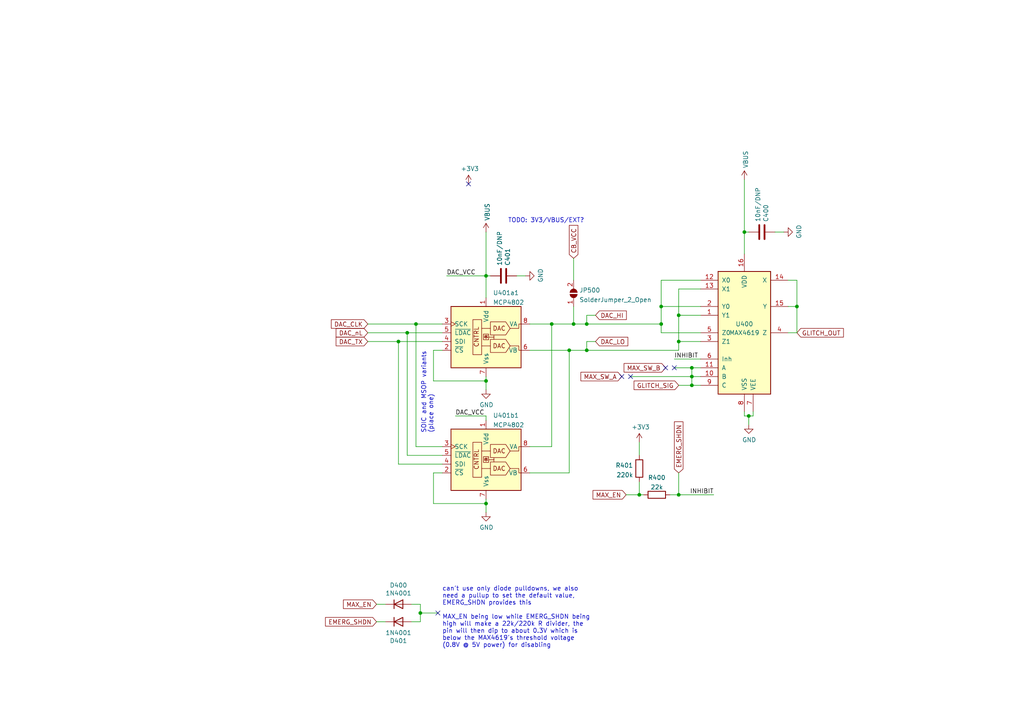
<source format=kicad_sch>
(kicad_sch (version 20211123) (generator eeschema)
  (paper "A4")
  (lib_symbols
    (symbol "4xxx:4053" (pin_names (offset 1.016))
      (property "Reference" "U" (at -7.62 19.05 0))
      (property "Value" "4053" (at -7.62 -19.05 0))
      (symbol "4053_1_0"
        (pin passive line (at -12.7 5.08 0) (length 5.08) (name "Y1") (number "1"))
        (pin input line (at -12.7 -12.7 0) (length 5.08) (name "B") (number "10"))
        (pin input line (at -12.7 -10.16 0) (length 5.08) (name "A") (number "11"))
        (pin passive line (at -12.7 15.24 0) (length 5.08) (name "X0") (number "12"))
        (pin passive line (at -12.7 12.7 0) (length 5.08) (name "X1") (number "13"))
        (pin passive line (at 12.7 15.24 180) (length 5.08) (name "X") (number "14"))
        (pin passive line (at 12.7 7.62 180) (length 5.08) (name "Y") (number "15"))
        (pin power_in line (at 0 22.86 270) (length 5.08) (name "VDD") (number "16"))
        (pin passive line (at -12.7 7.62 0) (length 5.08) (name "Y0") (number "2"))
        (pin passive line (at -12.7 -2.54 0) (length 5.08) (name "Z1") (number "3"))
        (pin passive line (at 12.7 0 180) (length 5.08) (name "Z") (number "4"))
        (pin passive line (at -12.7 0 0) (length 5.08) (name "Z0") (number "5"))
        (pin input line (at -12.7 -7.62 0) (length 5.08) (name "Inh") (number "6"))
        (pin power_in line (at 2.54 -22.86 90) (length 5.08) (name "VEE") (number "7"))
        (pin power_in line (at 0 -22.86 90) (length 5.08) (name "VSS") (number "8"))
        (pin input line (at -12.7 -15.24 0) (length 5.08) (name "C") (number "9"))
      )
      (symbol "4053_1_1"
        (rectangle (start -7.62 17.78) (end 7.62 -17.78) (stroke (width 0.254)) (fill (type background)))
      )
    )
    (symbol "Analog_DAC:MCP4802" (pin_names (offset 1.016))
      (property "Reference" "U" (at -2.54 10.795 0))
      (property "Value" "MCP4802" (at -2.54 8.89 0))
      (symbol "MCP4802_0_0"
        (polyline (pts (xy 0 -1.778) (xy 0 -0.635)))
        (polyline (pts (xy 0.381 -0.889) (xy 0.508 -0.762)))
        (polyline (pts (xy 2.286 -1.143) (xy 2.286 -1.905)))
        (polyline (pts (xy 0.381 -0.889) (xy -0.381 -0.889) (xy -0.508 -1.016)))
        (polyline (pts (xy 0.762 -1.27) (xy 2.286 -1.27) (xy 2.286 -0.762)))
        (polyline (pts (xy 0 -0.889) (xy 0.508 -1.397) (xy -0.508 -1.397) (xy 0 -0.889)))
        (polyline (pts (xy 6.985 -3.81) (xy 9.525 -3.81) (xy 9.525 -5.08) (xy 10.16 -5.08)))
        (polyline (pts (xy 6.985 1.27) (xy 9.525 1.27) (xy 9.525 2.54) (xy 10.16 2.54)))
        (rectangle (start 0.762 -0.381) (end -0.762 -2.032))
        (text "CNTRL" (at -2.032 -4.191 900) (effects (font (size 1.27 1.27)) (justify left bottom)))
        (text "DAC" (at 3.81 -3.81 0) (effects (font (size 1.27 1.27))))
        (text "DAC" (at 3.81 1.27 0) (effects (font (size 1.27 1.27))))
      )
      (symbol "MCP4802_0_1"
        (rectangle (start -10.16 7.62) (end 10.16 -10.16) (stroke (width 0.254)) (fill (type background)))
        (rectangle (start -1.27 -6.35) (end -3.81 3.81))
        (polyline (pts (xy 1.27 -3.81) (xy -1.27 -3.81)))
        (polyline (pts (xy 1.27 1.27) (xy -1.27 1.27)))
        (polyline (pts (xy 6.985 -3.81) (xy 5.715 -1.905) (xy 1.27 -1.905) (xy 1.27 -5.715) (xy 5.715 -5.715) (xy 6.985 -3.81)))
        (polyline (pts (xy 6.985 1.27) (xy 5.715 3.175) (xy 1.27 3.175) (xy 1.27 -0.635) (xy 5.715 -0.635) (xy 6.985 1.27)))
      )
      (symbol "MCP4802_1_1"
        (pin power_in line (at 0 10.16 270) (length 2.54) (name "Vdd") (number "1"))
        (pin input line (at -12.7 -5.08 0) (length 2.54) (name "~{CS}") (number "2"))
        (pin input clock (at -12.7 2.54 0) (length 2.54) (name "SCK") (number "3"))
        (pin input line (at -12.7 -2.54 0) (length 2.54) (name "SDI") (number "4"))
        (pin input line (at -12.7 0 0) (length 2.54) (name "~{LDAC}") (number "5"))
        (pin output line (at 12.7 -5.08 180) (length 2.54) (name "VB") (number "6"))
        (pin power_in line (at 0 -12.7 90) (length 2.54) (name "Vss") (number "7"))
        (pin output line (at 12.7 2.54 180) (length 2.54) (name "VA") (number "8"))
      )
    )
    (symbol "Device:C" (pin_numbers hide) (pin_names (offset 0.254))
      (property "Reference" "C" (at 0.635 2.54 0))
      (property "Value" "C" (at 0.635 -2.54 0))
      (symbol "C_0_1"
        (polyline (pts (xy -2.032 -0.762) (xy 2.032 -0.762)) (stroke (width 0.508)))
        (polyline (pts (xy -2.032 0.762) (xy 2.032 0.762)) (stroke (width 0.508)))
      )
      (symbol "C_1_1"
        (pin passive line (at 0 3.81 270) (length 2.794) (name "~") (number "1"))
        (pin passive line (at 0 -3.81 90) (length 2.794) (name "~") (number "2"))
      )
    )
    (symbol "Device:D" (pin_numbers hide) (pin_names (offset 1.016) hide)
      (property "Reference" "D" (at 0 2.54 0))
      (property "Value" "D" (at 0 -2.54 0))
      (symbol "D_0_1"
        (polyline (pts (xy -1.27 1.27) (xy -1.27 -1.27)) (stroke (width 0.254)))
        (polyline (pts (xy 1.27 0) (xy -1.27 0)))
        (polyline (pts (xy 1.27 1.27) (xy 1.27 -1.27) (xy -1.27 0) (xy 1.27 1.27)) (stroke (width 0.254)))
      )
      (symbol "D_1_1"
        (pin passive line (at -3.81 0 0) (length 2.54) (name "K") (number "1"))
        (pin passive line (at 3.81 0 180) (length 2.54) (name "A") (number "2"))
      )
    )
    (symbol "Device:R" (pin_numbers hide) (pin_names (offset 0))
      (property "Reference" "R" (at 2.032 0 90))
      (property "Value" "R" (at 0 0 90))
      (symbol "R_0_1"
        (rectangle (start -1.016 -2.54) (end 1.016 2.54) (stroke (width 0.254)))
      )
      (symbol "R_1_1"
        (pin passive line (at 0 3.81 270) (length 1.27) (name "~") (number "1"))
        (pin passive line (at 0 -3.81 90) (length 1.27) (name "~") (number "2"))
      )
    )
    (symbol "Jumper:SolderJumper_2_Open" (pin_names (offset 0) hide)
      (property "Reference" "JP" (at 0 2.032 0))
      (property "Value" "SolderJumper_2_Open" (at 0 -2.54 0))
      (symbol "SolderJumper_2_Open_0_1"
        (arc (start -0.254 1.016) (mid -1.27 0) (end -0.254 -1.016))
        (arc (start -0.254 1.016) (mid -1.27 0) (end -0.254 -1.016) (fill (type outline)))
        (polyline (pts (xy -0.254 1.016) (xy -0.254 -1.016)))
        (polyline (pts (xy 0.254 1.016) (xy 0.254 -1.016)))
        (arc (start 0.254 -1.016) (mid 1.27 0) (end 0.254 1.016))
        (arc (start 0.254 -1.016) (mid 1.27 0) (end 0.254 1.016) (fill (type outline)))
      )
      (symbol "SolderJumper_2_Open_1_1"
        (pin passive line (at -3.81 0 0) (length 2.54) (name "A") (number "1"))
        (pin passive line (at 3.81 0 180) (length 2.54) (name "B") (number "2"))
      )
    )
    (symbol "power:+3V3" (power) (pin_names (offset 0))
      (property "Value" "+3V3" (at 0 3.556 0))
      (symbol "+3V3_0_1"
        (polyline (pts (xy -0.762 1.27) (xy 0 2.54)))
        (polyline (pts (xy 0 0) (xy 0 2.54)))
        (polyline (pts (xy 0 2.54) (xy 0.762 1.27)))
      )
      (symbol "+3V3_1_1"
        (pin power_in line (at 0 0 90) (length 0) hide (name "+3V3") (number "1"))
      )
    )
    (symbol "power:GND" (power) (pin_names (offset 0))
      (property "Value" "GND" (at 0 -3.81 0))
      (symbol "GND_0_1"
        (polyline (pts (xy 0 0) (xy 0 -1.27) (xy 1.27 -1.27) (xy 0 -2.54) (xy -1.27 -1.27) (xy 0 -1.27)))
      )
      (symbol "GND_1_1"
        (pin power_in line (at 0 0 270) (length 0) hide (name "GND") (number "1"))
      )
    )
    (symbol "power:VBUS" (power) (pin_names (offset 0))
      (property "Value" "VBUS" (at 0 3.81 0))
      (symbol "VBUS_0_1"
        (polyline (pts (xy -0.762 1.27) (xy 0 2.54)))
        (polyline (pts (xy 0 0) (xy 0 2.54)))
        (polyline (pts (xy 0 2.54) (xy 0.762 1.27)))
      )
      (symbol "VBUS_1_1"
        (pin power_in line (at 0 0 90) (length 0) hide (name "VBUS") (number "1"))
      )
    )
  )
  (junction (at 140.97 146.05))
  (junction (at 215.9 67.31))
  (junction (at 166.37 93.98))
  (junction (at 200.66 111.76))
  (junction (at 231.14 88.9))
  (junction (at 170.18 101.6))
  (junction (at 200.66 106.68))
  (junction (at 121.92 177.8))
  (junction (at 196.85 143.51))
  (junction (at 120.65 93.98))
  (junction (at 170.18 93.98))
  (junction (at 185.42 143.51))
  (junction (at 217.17 120.65))
  (junction (at 115.57 99.06))
  (junction (at 196.85 91.44))
  (junction (at 191.77 93.98))
  (junction (at 165.1 101.6))
  (junction (at 118.11 96.52))
  (junction (at 191.77 88.9))
  (junction (at 140.97 110.49))
  (junction (at 140.97 80.01))
  (junction (at 160.02 93.98))
  (junction (at 196.85 99.06))
  (junction (at 200.66 109.22))
  (no_connect (at 180.34 109.22))
  (no_connect (at 182.88 109.22))
  (no_connect (at 193.04 106.68))
  (no_connect (at 195.58 106.68))
  (no_connect (at 135.89 53.34))
  (no_connect (at 127 177.8))
  (wire (pts (xy 191.77 93.98) (xy 191.77 88.9)))
  (wire (pts (xy 120.65 93.98) (xy 128.27 93.98)))
  (wire (pts (xy 170.18 91.44) (xy 172.72 91.44)))
  (wire (pts (xy 160.02 93.98) (xy 160.02 129.54)))
  (wire (pts (xy 106.68 99.06) (xy 115.57 99.06)))
  (wire (pts (xy 128.27 134.62) (xy 115.57 134.62)))
  (wire (pts (xy 111.76 175.26) (xy 109.22 175.26)))
  (wire (pts (xy 218.44 120.65) (xy 218.44 119.38)))
  (wire (pts (xy 200.66 106.68) (xy 200.66 109.22)))
  (wire (pts (xy 153.67 101.6) (xy 165.1 101.6)))
  (wire (pts (xy 170.18 91.44) (xy 170.18 93.98)))
  (wire (pts (xy 140.97 109.22) (xy 140.97 110.49)))
  (wire (pts (xy 196.85 99.06) (xy 203.2 99.06)))
  (wire (pts (xy 166.37 88.9) (xy 166.37 93.98)))
  (wire (pts (xy 115.57 99.06) (xy 115.57 134.62)))
  (wire (pts (xy 119.38 180.34) (xy 121.92 180.34)))
  (wire (pts (xy 125.73 146.05) (xy 140.97 146.05)))
  (wire (pts (xy 200.66 109.22) (xy 200.66 111.76)))
  (wire (pts (xy 231.14 81.28) (xy 228.6 81.28)))
  (wire (pts (xy 172.72 99.06) (xy 170.18 99.06)))
  (wire (pts (xy 200.66 111.76) (xy 203.2 111.76)))
  (wire (pts (xy 181.61 143.51) (xy 185.42 143.51)))
  (wire (pts (xy 194.31 143.51) (xy 196.85 143.51)))
  (wire (pts (xy 196.85 143.51) (xy 207.01 143.51)))
  (wire (pts (xy 191.77 93.98) (xy 191.77 96.52)))
  (wire (pts (xy 217.17 120.65) (xy 218.44 120.65)))
  (wire (pts (xy 215.9 67.31) (xy 217.17 67.31)))
  (wire (pts (xy 160.02 93.98) (xy 166.37 93.98)))
  (wire (pts (xy 195.58 104.14) (xy 203.2 104.14)))
  (wire (pts (xy 191.77 96.52) (xy 203.2 96.52)))
  (wire (pts (xy 165.1 101.6) (xy 165.1 137.16)))
  (wire (pts (xy 121.92 177.8) (xy 127 177.8)))
  (wire (pts (xy 196.85 91.44) (xy 196.85 83.82)))
  (wire (pts (xy 224.79 67.31) (xy 227.33 67.31)))
  (wire (pts (xy 128.27 137.16) (xy 125.73 137.16)))
  (wire (pts (xy 182.88 109.22) (xy 200.66 109.22)))
  (wire (pts (xy 149.86 80.01) (xy 152.4 80.01)))
  (wire (pts (xy 153.67 137.16) (xy 165.1 137.16)))
  (wire (pts (xy 196.85 99.06) (xy 196.85 91.44)))
  (wire (pts (xy 132.08 120.65) (xy 140.97 120.65)))
  (wire (pts (xy 128.27 101.6) (xy 125.73 101.6)))
  (wire (pts (xy 125.73 137.16) (xy 125.73 146.05)))
  (wire (pts (xy 106.68 93.98) (xy 120.65 93.98)))
  (wire (pts (xy 215.9 120.65) (xy 217.17 120.65)))
  (wire (pts (xy 140.97 120.65) (xy 140.97 121.92)))
  (wire (pts (xy 191.77 81.28) (xy 203.2 81.28)))
  (wire (pts (xy 196.85 91.44) (xy 203.2 91.44)))
  (wire (pts (xy 200.66 109.22) (xy 203.2 109.22)))
  (wire (pts (xy 170.18 101.6) (xy 196.85 101.6)))
  (wire (pts (xy 109.22 180.34) (xy 111.76 180.34)))
  (wire (pts (xy 128.27 129.54) (xy 120.65 129.54)))
  (wire (pts (xy 170.18 93.98) (xy 191.77 93.98)))
  (wire (pts (xy 196.85 137.16) (xy 196.85 143.51)))
  (wire (pts (xy 118.11 96.52) (xy 118.11 132.08)))
  (wire (pts (xy 215.9 120.65) (xy 215.9 119.38)))
  (wire (pts (xy 215.9 67.31) (xy 215.9 52.07)))
  (wire (pts (xy 153.67 93.98) (xy 160.02 93.98)))
  (wire (pts (xy 191.77 88.9) (xy 203.2 88.9)))
  (wire (pts (xy 119.38 175.26) (xy 121.92 175.26)))
  (wire (pts (xy 195.58 106.68) (xy 200.66 106.68)))
  (wire (pts (xy 118.11 96.52) (xy 128.27 96.52)))
  (wire (pts (xy 196.85 101.6) (xy 196.85 99.06)))
  (wire (pts (xy 153.67 129.54) (xy 160.02 129.54)))
  (wire (pts (xy 140.97 146.05) (xy 140.97 148.59)))
  (wire (pts (xy 191.77 88.9) (xy 191.77 81.28)))
  (wire (pts (xy 231.14 96.52) (xy 228.6 96.52)))
  (wire (pts (xy 165.1 101.6) (xy 170.18 101.6)))
  (wire (pts (xy 196.85 111.76) (xy 200.66 111.76)))
  (wire (pts (xy 140.97 144.78) (xy 140.97 146.05)))
  (wire (pts (xy 185.42 128.27) (xy 185.42 132.08)))
  (wire (pts (xy 129.54 80.01) (xy 140.97 80.01)))
  (wire (pts (xy 200.66 106.68) (xy 203.2 106.68)))
  (wire (pts (xy 217.17 120.65) (xy 217.17 123.19)))
  (wire (pts (xy 121.92 175.26) (xy 121.92 177.8)))
  (wire (pts (xy 140.97 80.01) (xy 140.97 67.31)))
  (wire (pts (xy 231.14 88.9) (xy 231.14 81.28)))
  (wire (pts (xy 231.14 88.9) (xy 228.6 88.9)))
  (wire (pts (xy 121.92 177.8) (xy 121.92 180.34)))
  (wire (pts (xy 140.97 110.49) (xy 140.97 113.03)))
  (wire (pts (xy 125.73 101.6) (xy 125.73 110.49)))
  (wire (pts (xy 125.73 110.49) (xy 140.97 110.49)))
  (wire (pts (xy 140.97 80.01) (xy 142.24 80.01)))
  (wire (pts (xy 106.68 96.52) (xy 118.11 96.52)))
  (wire (pts (xy 140.97 80.01) (xy 140.97 86.36)))
  (wire (pts (xy 128.27 132.08) (xy 118.11 132.08)))
  (wire (pts (xy 166.37 74.93) (xy 166.37 81.28)))
  (wire (pts (xy 231.14 96.52) (xy 231.14 88.9)))
  (wire (pts (xy 166.37 93.98) (xy 170.18 93.98)))
  (wire (pts (xy 215.9 67.31) (xy 215.9 73.66)))
  (wire (pts (xy 186.69 143.51) (xy 185.42 143.51)))
  (wire (pts (xy 185.42 139.7) (xy 185.42 143.51)))
  (wire (pts (xy 120.65 93.98) (xy 120.65 129.54)))
  (wire (pts (xy 115.57 99.06) (xy 128.27 99.06)))
  (wire (pts (xy 170.18 99.06) (xy 170.18 101.6)))
  (wire (pts (xy 196.85 83.82) (xy 203.2 83.82)))
  (text "can't use only diode pulldowns, we also\nneed a pullup to set the default value,\nEMERG_SHDN provides this\n\nMAX_EN being low while EMERG_SHDN being\nhigh will make a 22k/220k R divider, the\npin will then dip to about 0.3V which is\nbelow the MAX4619's threshold voltage\n(0.8V @ 5V power) for disabling" (at 128.27 187.96 0) (effects (font (size 1.27 1.27)) (justify left bottom)))
  (text "TODO: 3V3/VBUS/EXT?" (at 147.32 64.77 0) (effects (font (size 1.27 1.27)) (justify left bottom)))
  (text "SOIC and MSOP variants\n(place one)" (at 125.73 125.73 90) (effects (font (size 1.27 1.27)) (justify left bottom)))
  (label "INHIBIT" (at 195.58 104.14 0))
  (label "DAC_VCC" (at 132.08 120.65 0))
  (label "DAC_VCC" (at 129.54 80.01 0))
  (label "INHIBIT" (at 207.01 143.51 180))
  (global_label "DAC_nL" (shape input) (at 106.68 96.52 180) (property "Intersheet References" "${INTERSHEET_REFS}" (effects hide)))
  (global_label "EMERG_SHDN" (shape input) (at 109.22 180.34 180) (property "Intersheet References" "${INTERSHEET_REFS}" (effects hide)))
  (global_label "DAC_HI" (shape input) (at 172.72 91.44 0) (property "Intersheet References" "${INTERSHEET_REFS}" (effects hide)))
  (global_label "MAX_EN" (shape input) (at 109.22 175.26 180) (property "Intersheet References" "${INTERSHEET_REFS}" (effects hide)))
  (global_label "EMERG_SHDN" (shape input) (at 196.85 137.16 90) (property "Intersheet References" "${INTERSHEET_REFS}" (effects hide)))
  (global_label "MAX_EN" (shape input) (at 181.61 143.51 180) (property "Intersheet References" "${INTERSHEET_REFS}" (effects hide)))
  (global_label "MAX_SW_B" (shape input) (at 193.04 106.68 180) (property "Intersheet References" "${INTERSHEET_REFS}" (effects hide)))
  (global_label "DAC_LO" (shape input) (at 172.72 99.06 0) (property "Intersheet References" "${INTERSHEET_REFS}" (effects hide)))
  (global_label "GLITCH_SIG" (shape input) (at 196.85 111.76 180) (property "Intersheet References" "${INTERSHEET_REFS}" (effects hide)))
  (global_label "GLITCH_OUT" (shape input) (at 231.14 96.52 0) (property "Intersheet References" "${INTERSHEET_REFS}" (effects hide)))
  (global_label "DAC_CLK" (shape input) (at 106.68 93.98 180) (property "Intersheet References" "${INTERSHEET_REFS}" (effects hide)))
  (global_label "DAC_TX" (shape input) (at 106.68 99.06 180) (property "Intersheet References" "${INTERSHEET_REFS}" (effects hide)))
  (global_label "CB_VCC" (shape input) (at 166.37 74.93 90) (property "Intersheet References" "${INTERSHEET_REFS}" (effects hide)))
  (global_label "MAX_SW_A" (shape input) (at 180.34 109.22 180) (property "Intersheet References" "${INTERSHEET_REFS}" (effects hide)))
  (symbol (lib_id "power:VBUS") (at 215.9 52.07 0) (unit 1)
    (property "Reference" "#PWR0156" (effects hide))
    (property "Value" "VBUS" (at 216.281 48.8188 90) (effects (justify left)))
  )
  (symbol (lib_id "4xxx:4053") (at 215.9 96.52 0) (unit 1)
    (property "Reference" "U400" (at 215.9 93.98 0))
    (property "Value" "MAX4619" (at 215.9 96.52 0))
    (property "Footprint" "Package_SO:SO-16_3.9x9.9mm_P1.27mm" (effects hide))
    (property "Datasheet" "http://www.intersil.com/content/dam/Intersil/documents/cd40/cd4051bms-52bms-53bms.pdf" (effects hide))
  )
  (symbol (lib_id "power:GND") (at 217.17 123.19 0) (unit 1)
    (property "Reference" "#PWR0149" (effects hide))
    (property "Value" "GND" (at 217.297 127.5842 0))
  )
  (symbol (lib_id "Device:C") (at 146.05 80.01 270) (mirror x) (unit 1)
    (property "Reference" "C401" (at 147.2184 77.089 0) (effects (justify left)))
    (property "Value" "10nF/DNP" (at 144.907 77.089 0) (effects (justify left)))
    (property "Footprint" "Capacitor_SMD:C_0805_2012Metric_Pad1.18x1.45mm_HandSolder" (effects hide))
  )
  (symbol (lib_id "power:GND") (at 140.97 113.03 0) (unit 1)
    (property "Reference" "#PWR0146" (effects hide))
    (property "Value" "GND" (at 141.097 117.4242 0))
  )
  (symbol (lib_id "Device:C") (at 220.98 67.31 270) (mirror x) (unit 1)
    (property "Reference" "C400" (at 222.1484 64.389 0) (effects (justify left)))
    (property "Value" "10nF/DNP" (at 219.837 64.389 0) (effects (justify left)))
    (property "Footprint" "Capacitor_SMD:C_0805_2012Metric_Pad1.18x1.45mm_HandSolder" (effects hide))
  )
  (symbol (lib_id "power:+3V3") (at 135.89 53.34 0) (unit 1)
    (property "Reference" "#PWR0144" (effects hide))
    (property "Value" "+3V3" (at 136.271 48.9458 0))
  )
  (symbol (lib_id "power:GND") (at 152.4 80.01 90) (unit 1)
    (property "Reference" "#PWR0145" (effects hide))
    (property "Value" "GND" (at 156.7942 79.883 0))
  )
  (symbol (lib_id "power:GND") (at 140.97 148.59 0) (unit 1)
    (property "Reference" "#PWR0147" (effects hide))
    (property "Value" "GND" (at 141.097 152.9842 0))
  )
  (symbol (lib_id "Analog_DAC:MCP4802") (at 140.97 96.52 0) (unit 1)
    (property "Reference" "U401a1" (at 142.9894 84.9335 0) (effects (justify left)))
    (property "Value" "MCP4802" (at 142.9894 87.7086 0) (effects (justify left)))
    (property "Footprint" "Package_SO:SOIC-8_3.9x4.9mm_P1.27mm" (effects hide))
    (property "Datasheet" "http://ww1.microchip.com/downloads/en/DeviceDoc/20002249B.pdf" (effects hide))
  )
  (symbol (lib_id "Device:R") (at 190.5 143.51 90) (unit 1)
    (property "Reference" "R400" (at 190.5 138.5275 90))
    (property "Value" "22k" (at 190.5 141.3026 90))
    (property "Footprint" "Resistor_SMD:R_0805_2012Metric_Pad1.20x1.40mm_HandSolder" (effects hide))
  )
  (symbol (lib_id "Analog_DAC:MCP4802") (at 140.97 132.08 0) (unit 1) (in_bom no)
    (property "Reference" "U401b1" (at 142.9894 120.4935 0) (effects (justify left)))
    (property "Value" "MCP4802" (at 142.9894 123.2686 0) (effects (justify left)))
    (property "Footprint" "Package_SO:MSOP-8_3x3mm_P0.65mm" (effects hide))
    (property "Datasheet" "http://ww1.microchip.com/downloads/en/DeviceDoc/20002249B.pdf" (effects hide))
  )
  (symbol (lib_id "power:+3V3") (at 185.42 128.27 0) (unit 1)
    (property "Reference" "#PWR0161" (effects hide))
    (property "Value" "+3V3" (at 185.801 123.8758 0))
  )
  (symbol (lib_id "Device:R") (at 185.42 135.89 0) (mirror x) (unit 1)
    (property "Reference" "R401" (at 183.642 134.9815 0) (effects (justify right)))
    (property "Value" "220k" (at 183.642 137.7566 0) (effects (justify right)))
    (property "Footprint" "Resistor_SMD:R_0805_2012Metric_Pad1.20x1.40mm_HandSolder" (effects hide))
  )
  (symbol (lib_id "Jumper:SolderJumper_2_Open") (at 166.37 85.09 90) (unit 1)
    (property "Reference" "JP500" (at 168.021 84.1815 90) (effects (justify right)))
    (property "Value" "SolderJumper_2_Open" (at 168.021 86.9566 90) (effects (justify right)))
    (property "Footprint" "Jumper:SolderJumper-2_P1.3mm_Open_RoundedPad1.0x1.5mm" (effects hide))
  )
  (symbol (lib_id "power:VBUS") (at 140.97 67.31 0) (unit 1)
    (property "Reference" "#PWR0158" (effects hide))
    (property "Value" "VBUS" (at 141.351 64.0588 90) (effects (justify left)))
  )
  (symbol (lib_id "power:GND") (at 227.33 67.31 90) (unit 1)
    (property "Reference" "#PWR0160" (effects hide))
    (property "Value" "GND" (at 231.7242 67.183 0))
  )
  (symbol (lib_id "Device:D") (at 115.57 175.26 0) (unit 1) (in_bom no) (on_board no)
    (property "Reference" "D400" (at 115.57 169.7482 0))
    (property "Value" "1N4001" (at 115.57 172.0596 0))
    (property "Footprint" "Diode_SMD:D_SOD-123" (effects hide))
  )
  (symbol (lib_id "Device:D") (at 115.57 180.34 0) (mirror x) (unit 1) (in_bom no) (on_board no)
    (property "Reference" "D401" (at 115.57 185.8518 0))
    (property "Value" "1N4001" (at 115.57 183.5404 0))
    (property "Footprint" "Diode_SMD:D_SOD-123" (effects hide))
  )
)
</source>
